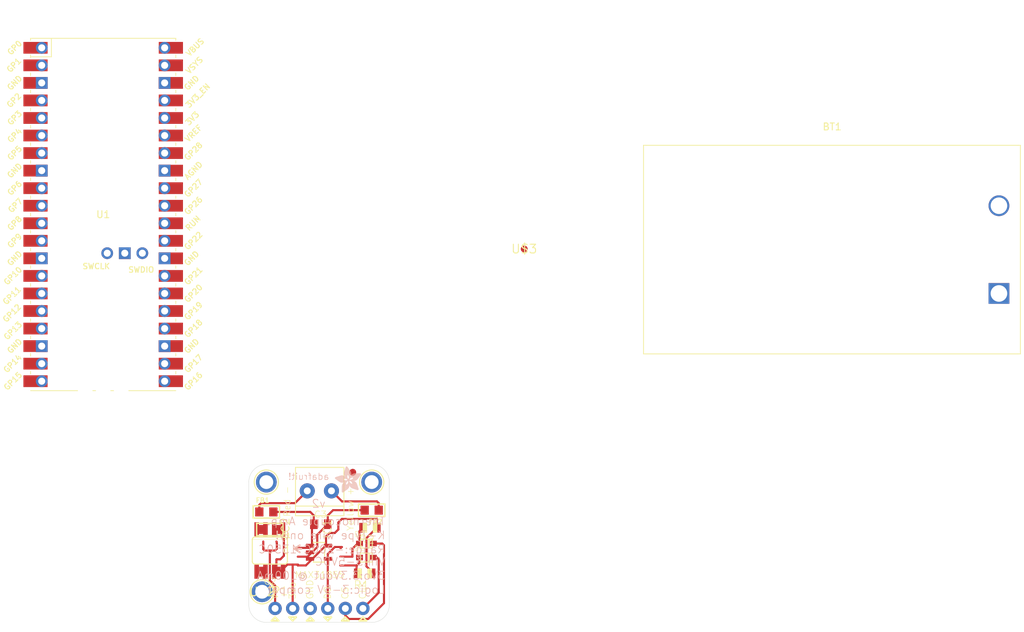
<source format=kicad_pcb>
(kicad_pcb (version 20221018) (generator pcbnew)
  (layers (0 "F.Cu" signal) (31 "B.Cu" signal) (34 "B.Paste" user) (35 "F.Paste" user) (36 "B.SilkS" user "B.Silkscreen") (37 "F.SilkS" user "F.Silkscreen") (38 "B.Mask" user) (39 "F.Mask" user) (44 "Edge.Cuts" user))
  (net 0 "")
  (net 3 "Net-(C1-P$1)")
  (net 4 "Net-(C1-P$2)")
  (net 5 "+3V3")
  (net 6 "GND")
  (net 7 "Net-(IC2-{slash}CS)")
  (net 8 "Net-(D1-PadC)")
  (net 9 "Net-(IC2-SCK)")
  (net 10 "Net-(D2-PadC)")
  (net 11 "Net-(FB1-P$1)")
  (net 12 "Net-(FB2-P$1)")
  (net 13 "+5V")
  (net 15 "Net-(IC2-DO)")
  (footprint "RPi_Pico:RPi_PicoW_SMD_TH" (layer "F.Cu") (at 93.98 57.15)
    (fp_text reference "U1" (at 0 0) (layer "F.SilkS"))
    (fp_text value "PicoW")
    (fp_text user "GP1" (at -12.9 -21.6 45) (layer "F.SilkS") (effects (font (size 0.8 0.8))))
    (fp_text user "GP10" (at -13.054 8.89 45) (layer "F.SilkS") (effects (font (size 0.8 0.8))))
    (fp_text user "GP7" (at -12.7 -1.3 45) (layer "F.SilkS") (effects (font (size 0.8 0.8))))
    (fp_text user "GP20" (at 13.054 11.43 45) (layer "F.SilkS") (effects (font (size 0.8 0.8))))
    (fp_text user "GND" (at 12.8 6.35 45) (layer "F.SilkS") (effects (font (size 0.8 0.8))))
    (fp_text user "3V3" (at 12.9 -13.9 45) (layer "F.SilkS") (effects (font (size 0.8 0.8))))
    (fp_text user "GND" (at -12.8 19.05 45) (layer "F.SilkS") (effects (font (size 0.8 0.8))))
    (fp_text user "GP17" (at 13.054 21.59 45) (layer "F.SilkS") (effects (font (size 0.8 0.8))))
    (fp_text user "GND" (at 12.8 19.05 45) (layer "F.SilkS") (effects (font (size 0.8 0.8))))
    (fp_text user "GP11" (at -13.2 11.7525 45) (layer "F.SilkS") (effects (font (size 0.8 0.8))))
    (fp_text user "GP4" (at -12.8 -11.43 45) (layer "F.SilkS") (effects (font (size 0.8 0.8))))
    (fp_text user "GP22" (at 13.054 3.81 45) (layer "F.SilkS") (effects (font (size 0.8 0.8))))
    (fp_text user "GND" (at -12.8 -6.35 45) (layer "F.SilkS") (effects (font (size 0.8 0.8))))
    (fp_text user "RUN" (at 13 1.27 45) (layer "F.SilkS") (effects (font (size 0.8 0.8))))
    (fp_text user "GND" (at 12.8 -19.05 45) (layer "F.SilkS") (effects (font (size 0.8 0.8))))
    (fp_text user "GP5" (at -12.8 -8.89 45) (layer "F.SilkS") (effects (font (size 0.8 0.8))))
    (fp_text user "GP0" (at -12.8 -24.13 45) (layer "F.SilkS") (effects (font (size 0.8 0.8))))
    (fp_text user "GP15" (at -13.054 24.13 45) (layer "F.SilkS") (effects (font (size 0.8 0.8))))
    (fp_text user "GP8" (at -12.8 1.27 45) (layer "F.SilkS") (effects (font (size 0.8 0.8))))
    (fp_text user "GP19" (at 13.054 13.97 45) (layer "F.SilkS") (effects (font (size 0.8 0.8))))
    (fp_text user "GP18" (at 13.054 16.51 45) (layer "F.SilkS") (effects (font (size 0.8 0.8))))
    (fp_text user "GP26" (at 13.054 -1.27 45) (layer "F.SilkS") (effects (font (size 0.8 0.8))))
    (fp_text user "GND" (at -12.8 -19.05 45) (layer "F.SilkS") (effects (font (size 0.8 0.8))))
    (fp_text user "VSYS" (at 13.2 -21.59 45) (layer "F.SilkS") (effects (font (size 0.8 0.8))))
    (fp_text user "GND" (at -12.8 6.35 45) (layer "F.SilkS") (effects (font (size 0.8 0.8))))
    (fp_text user "AGND" (at 13.054 -6.35 45) (layer "F.SilkS") (effects (font (size 0.8 0.8))))
    (fp_text user "GP9" (at -12.8 3.81 45) (layer "F.SilkS") (effects (font (size 0.8 0.8))))
    (fp_text user "GP27" (at 13.054 -3.8 45) (layer "F.SilkS") (effects (font (size 0.8 0.8))))
    (fp_text user "VBUS" (at 13.3 -24.2 45) (layer "F.SilkS") (effects (font (size 0.8 0.8))))
    (fp_text user "GP3" (at -12.8 -13.97 45) (layer "F.SilkS") (effects (font (size 0.8 0.8))))
    (fp_text user "SWCLK" (at -1 7.5) (layer "F.SilkS") (effects (font (size 0.8 0.8))))
    (fp_text user "GP28" (at 13.054 -9.144 45) (layer "F.SilkS") (effects (font (size 0.8 0.8))))
    (fp_text user "GP21" (at 13.054 8.9 45) (layer "F.SilkS") (effects (font (size 0.8 0.8))))
    (fp_text user "GP16" (at 13.054 24.13 45) (layer "F.SilkS") (effects (font (size 0.8 0.8))))
    (fp_text user "GP2" (at -12.9 -16.51 45) (layer "F.SilkS") (effects (font (size 0.8 0.8))))
    (fp_text user "3V3_EN" (at 13.7 -17.2 45) (layer "F.SilkS") (effects (font (size 0.8 0.8))))
    (fp_text user "VREF" (at 13.0675 -11.7425 45) (layer "F.SilkS") (effects (font (size 0.8 0.8))))
    (fp_text user "GP12" (at -13.2 14.2925 45) (layer "F.SilkS") (effects (font (size 0.8 0.8))))
    (fp_text user "GP14" (at -13.1 21.59 45) (layer "F.SilkS") (effects (font (size 0.8 0.8))))
    (fp_text user "SWDIO" (at 5.5 8) (layer "F.SilkS") (effects (font (size 0.8 0.8))))
    (fp_text user "GP13" (at -13.054 16.8325 45) (layer "F.SilkS") (effects (font (size 0.8 0.8))))
    (fp_text user "GP6" (at -12.8 -3.81 45) (layer "F.SilkS") (effects (font (size 0.8 0.8))))
    (pad "" np_thru_hole oval (at -2.725 -24) (size 1.8 1.8) (drill 1.8) (layers "*.Cu" "*.Mask"))
    (pad "" np_thru_hole oval (at -2.425 -20.97) (size 1.5 1.5) (drill 1.5) (layers "*.Cu" "*.Mask"))
    (pad "" np_thru_hole oval (at 2.425 -20.97) (size 1.5 1.5) (drill 1.5) (layers "*.Cu" "*.Mask"))
    (pad "" np_thru_hole oval (at 2.725 -24) (size 1.8 1.8) (drill 1.8) (layers "*.Cu" "*.Mask"))
    (pad "1" thru_hole oval (at -8.89 -24.13) (size 1.7 1.7) (drill 1.02) (layers "*.Cu" "*.Mask"))
    (pad "1" smd rect (at -8.89 -24.13) (size 3.5 1.7) (drill (offset -0.9 0)) (layers "F.Cu" "F.Mask"))
    (pad "2" thru_hole oval (at -8.89 -21.59) (size 1.7 1.7) (drill 1.02) (layers "*.Cu" "*.Mask"))
    (pad "2" smd rect (at -8.89 -21.59) (size 3.5 1.7) (drill (offset -0.9 0)) (layers "F.Cu" "F.Mask"))
    (pad "3" thru_hole rect (at -8.89 -19.05) (size 1.7 1.7) (drill 1.02) (layers "*.Cu" "*.Mask"))
    (pad "3" smd rect (at -8.89 -19.05) (size 3.5 1.7) (drill (offset -0.9 0)) (layers "F.Cu" "F.Mask"))
    (pad "4" thru_hole oval (at -8.89 -16.51) (size 1.7 1.7) (drill 1.02) (layers "*.Cu" "*.Mask"))
    (pad "4" smd rect (at -8.89 -16.51) (size 3.5 1.7) (drill (offset -0.9 0)) (layers "F.Cu" "F.Mask"))
    (pad "5" thru_hole oval (at -8.89 -13.97) (size 1.7 1.7) (drill 1.02) (layers "*.Cu" "*.Mask"))
    (pad "5" smd rect (at -8.89 -13.97) (size 3.5 1.7) (drill (offset -0.9 0)) (layers "F.Cu" "F.Mask"))
    (pad "6" thru_hole oval (at -8.89 -11.43) (size 1.7 1.7) (drill 1.02) (layers "*.Cu" "*.Mask"))
    (pad "6" smd rect (at -8.89 -11.43) (size 3.5 1.7) (drill (offset -0.9 0)) (layers "F.Cu" "F.Mask"))
    (pad "7" thru_hole oval (at -8.89 -8.89) (size 1.7 1.7) (drill 1.02) (layers "*.Cu" "*.Mask"))
    (pad "7" smd rect (at -8.89 -8.89) (size 3.5 1.7) (drill (offset -0.9 0)) (layers "F.Cu" "F.Mask"))
    (pad "8" thru_hole rect (at -8.89 -6.35) (size 1.7 1.7) (drill 1.02) (layers "*.Cu" "*.Mask"))
    (pad "8" smd rect (at -8.89 -6.35) (size 3.5 1.7) (drill (offset -0.9 0)) (layers "F.Cu" "F.Mask"))
    (pad "9" thru_hole oval (at -8.89 -3.81) (size 1.7 1.7) (drill 1.02) (layers "*.Cu" "*.Mask"))
    (pad "9" smd rect (at -8.89 -3.81) (size 3.5 1.7) (drill (offset -0.9 0)) (layers "F.Cu" "F.Mask"))
    (pad "10" thru_hole oval (at -8.89 -1.27) (size 1.7 1.7) (drill 1.02) (layers "*.Cu" "*.Mask"))
    (pad "10" smd rect (at -8.89 -1.27) (size 3.5 1.7) (drill (offset -0.9 0)) (layers "F.Cu" "F.Mask"))
    (pad "11" thru_hole oval (at -8.89 1.27) (size 1.7 1.7) (drill 1.02) (layers "*.Cu" "*.Mask"))
    (pad "11" smd rect (at -8.89 1.27) (size 3.5 1.7) (drill (offset -0.9 0)) (layers "F.Cu" "F.Mask"))
    (pad "12" thru_hole oval (at -8.89 3.81) (size 1.7 1.7) (drill 1.02) (layers "*.Cu" "*.Mask"))
    (pad "12" smd rect (at -8.89 3.81) (size 3.5 1.7) (drill (offset -0.9 0)) (layers "F.Cu" "F.Mask"))
    (pad "13" thru_hole rect (at -8.89 6.35) (size 1.7 1.7) (drill 1.02) (layers "*.Cu" "*.Mask"))
    (pad "13" smd rect (at -8.89 6.35) (size 3.5 1.7) (drill (offset -0.9 0)) (layers "F.Cu" "F.Mask"))
    (pad "14" thru_hole oval (at -8.89 8.89) (size 1.7 1.7) (drill 1.02) (layers "*.Cu" "*.Mask"))
    (pad "14" smd rect (at -8.89 8.89) (size 3.5 1.7) (drill (offset -0.9 0)) (layers "F.Cu" "F.Mask"))
    (pad "15" thru_hole oval (at -8.89 11.43) (size 1.7 1.7) (drill 1.02) (layers "*.Cu" "*.Mask"))
    (pad "15" smd rect (at -8.89 11.43) (size 3.5 1.7) (drill (offset -0.9 0)) (layers "F.Cu" "F.Mask"))
    (pad "16" thru_hole oval (at -8.89 13.97) (size 1.7 1.7) (drill 1.02) (layers "*.Cu" "*.Mask"))
    (pad "16" smd rect (at -8.89 13.97) (size 3.5 1.7) (drill (offset -0.9 0)) (layers "F.Cu" "F.Mask"))
    (pad "17" thru_hole oval (at -8.89 16.51) (size 1.7 1.7) (drill 1.02) (layers "*.Cu" "*.Mask"))
    (pad "17" smd rect (at -8.89 16.51) (size 3.5 1.7) (drill (offset -0.9 0)) (layers "F.Cu" "F.Mask"))
    (pad "18" thru_hole rect (at -8.89 19.05) (size 1.7 1.7) (drill 1.02) (layers "*.Cu" "*.Mask"))
    (pad "18" smd rect (at -8.89 19.05) (size 3.5 1.7) (drill (offset -0.9 0)) (layers "F.Cu" "F.Mask"))
    (pad "19" thru_hole oval (at -8.89 21.59) (size 1.7 1.7) (drill 1.02) (layers "*.Cu" "*.Mask"))
    (pad "19" smd rect (at -8.89 21.59) (size 3.5 1.7) (drill (offset -0.9 0)) (layers "F.Cu" "F.Mask"))
    (pad "20" thru_hole oval (at -8.89 24.13) (size 1.7 1.7) (drill 1.02) (layers "*.Cu" "*.Mask"))
    (pad "20" smd rect (at -8.89 24.13) (size 3.5 1.7) (drill (offset -0.9 0)) (layers "F.Cu" "F.Mask"))
    (pad "21" thru_hole oval (at 8.89 24.13) (size 1.7 1.7) (drill 1.02) (layers "*.Cu" "*.Mask"))
    (pad "21" smd rect (at 8.89 24.13) (size 3.5 1.7) (drill (offset 0.9 0)) (layers "F.Cu" "F.Mask"))
    (pad "22" thru_hole oval (at 8.89 21.59) (size 1.7 1.7) (drill 1.02) (layers "*.Cu" "*.Mask"))
    (pad "22" smd rect (at 8.89 21.59) (size 3.5 1.7) (drill (offset 0.9 0)) (layers "F.Cu" "F.Mask"))
    (pad "23" thru_hole rect (at 8.89 19.05) (size 1.7 1.7) (drill 1.02) (layers "*.Cu" "*.Mask"))
    (pad "23" smd rect (at 8.89 19.05) (size 3.5 1.7) (drill (offset 0.9 0)) (layers "F.Cu" "F.Mask"))
    (pad "24" thru_hole oval (at 8.89 16.51) (size 1.7 1.7) (drill 1.02) (layers "*.Cu" "*.Mask"))
    (pad "24" smd rect (at 8.89 16.51) (size 3.5 1.7) (drill (offset 0.9 0)) (layers "F.Cu" "F.Mask"))
    (pad "25" thru_hole oval (at 8.89 13.97) (size 1.7 1.7) (drill 1.02) (layers "*.Cu" "*.Mask"))
    (pad "25" smd rect (at 8.89 13.97) (size 3.5 1.7) (drill (offset 0.9 0)) (layers "F.Cu" "F.Mask"))
    (pad "26" thru_hole oval (at 8.89 11.43) (size 1.7 1.7) (drill 1.02) (layers "*.Cu" "*.Mask"))
    (pad "26" smd rect (at 8.89 11.43) (size 3.5 1.7) (drill (offset 0.9 0)) (layers "F.Cu" "F.Mask"))
    (pad "27" thru_hole oval (at 8.89 8.89) (size 1.7 1.7) (drill 1.02) (layers "*.Cu" "*.Mask"))
    (pad "27" smd rect (at 8.89 8.89) (size 3.5 1.7) (drill (offset 0.9 0)) (layers "F.Cu" "F.Mask"))
    (pad "28" thru_hole rect (at 8.89 6.35) (size 1.7 1.7) (drill 1.02) (layers "*.Cu" "*.Mask"))
    (pad "28" smd rect (at 8.89 6.35) (size 3.5 1.7) (drill (offset 0.9 0)) (layers "F.Cu" "F.Mask"))
    (pad "29" thru_hole oval (at 8.89 3.81) (size 1.7 1.7) (drill 1.02) (layers "*.Cu" "*.Mask"))
    (pad "29" smd rect (at 8.89 3.81) (size 3.5 1.7) (drill (offset 0.9 0)) (layers "F.Cu" "F.Mask"))
    (pad "30" thru_hole oval (at 8.89 1.27) (size 1.7 1.7) (drill 1.02) (layers "*.Cu" "*.Mask"))
    (pad "30" smd rect (at 8.89 1.27) (size 3.5 1.7) (drill (offset 0.9 0)) (layers "F.Cu" "F.Mask"))
    (pad "31" thru_hole oval (at 8.89 -1.27) (size 1.7 1.7) (drill 1.02) (layers "*.Cu" "*.Mask"))
    (pad "31" smd rect (at 8.89 -1.27) (size 3.5 1.7) (drill (offset 0.9 0)) (layers "F.Cu" "F.Mask"))
    (pad "32" thru_hole oval (at 8.89 -3.81) (size 1.7 1.7) (drill 1.02) (layers "*.Cu" "*.Mask"))
    (pad "32" smd rect (at 8.89 -3.81) (size 3.5 1.7) (drill (offset 0.9 0)) (layers "F.Cu" "F.Mask"))
    (pad "33" thru_hole rect (at 8.89 -6.35) (size 1.7 1.7) (drill 1.02) (layers "*.Cu" "*.Mask"))
    (pad "33" smd rect (at 8.89 -6.35) (size 3.5 1.7) (drill (offset 0.9 0)) (layers "F.Cu" "F.Mask"))
    (pad "34" thru_hole oval (at 8.89 -8.89) (size 1.7 1.7) (drill 1.02) (layers "*.Cu" "*.Mask"))
    (pad "34" smd rect (at 8.89 -8.89) (size 3.5 1.7) (drill (offset 0.9 0)) (layers "F.Cu" "F.Mask"))
    (pad "35" thru_hole oval (at 8.89 -11.43) (size 1.7 1.7) (drill 1.02) (layers "*.Cu" "*.Mask"))
    (pad "35" smd rect (at 8.89 -11.43) (size 3.5 1.7) (drill (offset 0.9 0)) (layers "F.Cu" "F.Mask"))
    (pad "36" thru_hole oval (at 8.89 -13.97) (size 1.7 1.7) (drill 1.02) (layers "*.Cu" "*.Mask"))
    (pad "36" smd rect (at 8.89 -13.97) (size 3.5 1.7) (drill (offset 0.9 0)) (layers "F.Cu" "F.Mask"))
    (pad "37" thru_hole oval (at 8.89 -16.51) (size 1.7 1.7) (drill 1.02) (layers "*.Cu" "*.Mask"))
    (pad "37" smd rect (at 8.89 -16.51) (size 3.5 1.7) (drill (offset 0.9 0)) (layers "F.Cu" "F.Mask"))
    (pad "38" thru_hole rect (at 8.89 -19.05) (size 1.7 1.7) (drill 1.02) (layers "*.Cu" "*.Mask"))
    (pad "38" smd rect (at 8.89 -19.05) (size 3.5 1.7) (drill (offset 0.9 0)) (layers "F.Cu" "F.Mask"))
    (pad "39" thru_hole oval (at 8.89 -21.59) (size 1.7 1.7) (drill 1.02) (layers "*.Cu" "*.Mask"))
    (pad "39" smd rect (at 8.89 -21.59) (size 3.5 1.7) (drill (offset 0.9 0)) (layers "F.Cu" "F.Mask"))
    (pad "40" thru_hole oval (at 8.89 -24.13) (size 1.7 1.7) (drill 1.02) (layers "*.Cu" "*.Mask"))
    (pad "40" smd rect (at 8.89 -24.13) (size 3.5 1.7) (drill (offset 0.9 0)) (layers "F.Cu" "F.Mask"))
    (pad "41" thru_hole oval (at 0.5841 5.6) (size 1.7 1.7) (drill 1.02) (layers "*.Cu" "*.Mask"))
    (pad "42" thru_hole rect (at 3.1241 5.6) (size 1.7 1.7) (drill 1.02) (layers "*.Cu" "*.Mask"))
    (pad "43" thru_hole oval (at 5.6641 5.6) (size 1.7 1.7) (drill 1.02) (layers "*.Cu" "*.Mask"))
  )
  (footprint "Adafruit_MAX31855 v2:_0805" (layer "F.Cu") (at 118.0846 102.743 180)
    (fp_text reference "C1" (at -1.5875 -1.27 180) (layer "F.SilkS") (effects (font (size 0.666496 0.666496) (thickness 0.146304)) (justify left bottom)))
    (fp_text value "0.01µF")
    (pad "1" smd rect (at -1.016 0 180) (size 1.2 1.3) (layers "F.Cu" "F.Paste" "F.Mask") (net 3 "Net-(C1-P$1)"))
    (pad "2" smd rect (at 1.016 0 180) (size 1.2 1.3) (layers "F.Cu" "F.Paste" "F.Mask") (net 4 "Net-(C1-P$2)"))
  )
  (footprint "Adafruit_MAX31855 v2:FIDUCIAL_1MM" (layer "F.Cu") (at 154.879117 62.139117)
    (fp_text reference "U$3" (at 0 0) (layer "F.SilkS") (effects (font (size 1.27 1.27))))
    (fp_text value "FIDUCIAL")
    (pad "1" smd roundrect (at 0 0) (size 1 1) (layers "F.Cu") (roundrect_rratio 0.5))
  )
  (footprint "Adafruit_MAX31855 v2:C0805K" (layer "F.Cu") (at 118.0846 108.839 180)
    (fp_text reference "C2" (at -1 -0.875) (layer "F.SilkS") (effects (font (size 0.941222 0.941222) (thickness 0.074778)) (justify right top)))
    (fp_text value "10uF")
    (pad "1" smd rect (at -1 0 180) (size 1.1 1.4) (layers "F.Cu" "F.Paste" "F.Mask") (net 5 "+3V3"))
    (pad "2" smd rect (at 1 0 180) (size 1.1 1.4) (layers "F.Cu" "F.Paste" "F.Mask") (net 6 "GND"))
  )
  (footprint "Adafruit_MAX31855 v2:MOUNTINGHOLE_2.0_PLATED" (layer "F.Cu") (at 116.967 111.76)
    (fp_text reference "U$2" (at 0 0) (layer "F.SilkS") (effects (font (size 1.27 1.27))))
    (fp_text value "MOUNTINGHOLE2.0")
    (pad "P$1" thru_hole circle (at 0 0) (size 3 3) (drill 2) (layers "*.Cu" "*.Mask"))
  )
  (footprint "Battery:BatteryHolder_Eagle_12BH611-GR" (layer "F.Cu") (at 223.54 68.58)
    (fp_text reference "BT1" (at -24.13 -24.13) (layer "F.SilkS"))
    (fp_text value "Battery")
    (pad "" np_thru_hole circle (at -38.9 -17.45) (size 2.6 2.6) (drill 2.6) (layers "*.Cu" "*.Mask"))
    (pad "" np_thru_hole circle (at -24.15 4.75) (size 2.6 2.6) (drill 2.6) (layers "*.Cu" "*.Mask"))
    (pad "" np_thru_hole circle (at -10.9 -17.45) (size 2.6 2.6) (drill 2.6) (layers "*.Cu" "*.Mask"))
    (pad "1" thru_hole rect (at 0 0) (size 3 3) (drill 2.4) (layers "*.Cu" "*.Mask"))
    (pad "2" thru_hole circle (at 0 -12.7) (size 3 3) (drill 2.4) (layers "*.Cu" "*.Mask"))
  )
  (footprint "Adafruit_MAX31855 v2:1X06_ROUND_76" (layer "F.Cu") (at 125.1966 114.173)
    (fp_text reference "JP1" (at -7.6962 -1.8288) (layer "F.SilkS") (effects (font (size 1.1557 1.1557) (thickness 0.1143)) (justify left bottom)))
    (fp_text value "Breakout")
    (pad "1" thru_hole circle (at -6.35 0 90) (size 1.9304 1.9304) (drill 1) (layers "*.Cu" "*.Mask") (net 13 "+5V"))
    (pad "2" thru_hole circle (at -3.81 0 90) (size 1.9304 1.9304) (drill 1) (layers "*.Cu" "*.Mask") (net 5 "+3V3"))
    (pad "3" thru_hole circle (at -1.27 0 90) (size 1.9304 1.9304) (drill 1) (layers "*.Cu" "*.Mask") (net 6 "GND"))
    (pad "4" thru_hole circle (at 1.27 0 90) (size 1.9304 1.9304) (drill 1) (layers "*.Cu" "*.Mask") (net 15 "Net-(IC2-DO)"))
    (pad "5" thru_hole circle (at 3.81 0 90) (size 1.9304 1.9304) (drill 1) (layers "*.Cu" "*.Mask") (net 8 "Net-(D1-PadC)"))
    (pad "6" thru_hole circle (at 6.35 0 90) (size 1.9304 1.9304) (drill 1) (layers "*.Cu" "*.Mask") (net 10 "Net-(D2-PadC)"))
  )
  (footprint "Adafruit_MAX31855 v2:SOT23-5L" (layer "F.Cu") (at 125.1966 106.045 -90)
    (fp_text reference "IC1" (at -1.905 -1.905 -90) (layer "F.SilkS") (effects (font (size 1.1684 1.1684) (thickness 0.1016)) (justify left bottom)))
    (fp_text value "LP298XS")
    (pad "1" smd rect (at -0.95 1.3 270) (size 0.55 1.2) (layers "F.Cu" "F.Paste" "F.Mask") (net 13 "+5V"))
    (pad "2" smd rect (at 0 1.3 270) (size 0.55 1.2) (layers "F.Cu" "F.Paste" "F.Mask") (net 6 "GND"))
    (pad "3" smd rect (at 0.95 1.3 270) (size 0.55 1.2) (layers "F.Cu" "F.Paste" "F.Mask") (net 13 "+5V"))
    (pad "4" smd rect (at 0.95 -1.3 270) (size 0.55 1.2) (layers "F.Cu" "F.Paste" "F.Mask"))
    (pad "5" smd rect (at -0.95 -1.3 270) (size 0.55 1.2) (layers "F.Cu" "F.Paste" "F.Mask") (net 5 "+3V3"))
  )
  (footprint "Adafruit_MAX31855 v2:_0805" (layer "F.Cu") (at 117.5766 100.203)
    (fp_text reference "FB1" (at -1.5875 -1.27) (layer "F.SilkS") (effects (font (size 0.692831 0.692831) (thickness 0.119969)) (justify left bottom)))
    (fp_text value "Ferrite")
    (pad "1" smd rect (at -1.016 0) (size 1.2 1.3) (layers "F.Cu" "F.Paste" "F.Mask") (net 11 "Net-(FB1-P$1)"))
    (pad "2" smd rect (at 1.016 0) (size 1.2 1.3) (layers "F.Cu" "F.Paste" "F.Mask") (net 3 "Net-(C1-P$1)"))
  )
  (footprint "Adafruit_MAX31855 v2:FIDUCIAL_1MM" (layer "F.Cu") (at 130.0734 94.4626)
    (fp_text reference "U$1" hide)
    (fp_text value "FIDUCIAL" hide)
    (pad "1" smd roundrect (at 0 0) (size 1 1) (layers "F.Cu") (roundrect_rratio 0.5))
  )
  (footprint "Adafruit_MAX31855 v2:SOD-323F" (layer "F.Cu") (at 132.0546 104.775)
    (fp_text reference "D2" (at -1.8 -0.9) (layer "F.SilkS") (effects (font (size 0.752978 0.752978) (thickness 0.059822)) (justify left bottom)))
    (fp_text value "1n4148")
    (pad "A" smd rect (at -1 0) (size 1 0.8) (layers "F.Cu" "F.Paste" "F.Mask") (net 9 "Net-(IC2-SCK)"))
    (pad "C" smd rect (at 1 0) (size 1 0.8) (layers "F.Cu" "F.Paste" "F.Mask") (net 10 "Net-(D2-PadC)"))
  )
  (footprint "Adafruit_MAX31855 v2:MOUNTINGHOLE_2.0_PLATED" (layer "F.Cu") (at 117.5766 95.885)
    (fp_text reference "U$5" hide)
    (fp_text value "MOUNTINGHOLE2.0" hide)
    (pad "P$1" thru_hole circle (at 0 0) (size 3 3) (drill 2) (layers "*.Cu" "*.Mask"))
  )
  (footprint "Adafruit_MAX31855 v2:R0805" (layer "F.Cu") (at 131.8006 109.093 180)
    (fp_text reference "R1" (at -0.762 -1.016) (layer "F.SilkS") (effects (font (size 1.176528 1.176528) (thickness 0.093472)) (justify right top)))
    (fp_text value "10K")
    (pad "1" smd rect (at -1 0 180) (size 1.1 1.4) (layers "F.Cu" "F.Paste" "F.Mask") (net 5 "+3V3"))
    (pad "2" smd rect (at 1 0 180) (size 1.1 1.4) (layers "F.Cu" "F.Paste" "F.Mask") (net 7 "Net-(IC2-{slash}CS)"))
  )
  (footprint "Adafruit_MAX31855 v2:C0805K" (layer "F.Cu") (at 125.4506 101.981)
    (fp_text reference "C3" (at -1 -0.875) (layer "F.SilkS") (effects (font (size 0.93472 0.93472) (thickness 0.08128)) (justify left bottom)))
    (fp_text value "10uF")
    (pad "1" smd rect (at -1 0) (size 1.1 1.4) (layers "F.Cu" "F.Paste" "F.Mask") (net 5 "+3V3"))
    (pad "2" smd rect (at 1 0) (size 1.1 1.4) (layers "F.Cu" "F.Paste" "F.Mask") (net 6 "GND"))
  )
  (footprint "Adafruit_MAX31855 v2:SO08" (layer "F.Cu") (at 118.0846 105.791 180)
    (fp_text reference "IC2" (at -2.921 1.905 270) (layer "F.SilkS") (effects (font (size 1.143 1.143) (thickness 0.127)) (justify left bottom)))
    (fp_text value "MAX6675")
    (pad "1" smd rect (at -1.905 3.0734 180) (size 0.6604 2.032) (layers "F.Cu" "F.Paste" "F.Mask") (net 6 "GND"))
    (pad "2" smd rect (at -0.635 3.0734 180) (size 0.6604 2.032) (layers "F.Cu" "F.Paste" "F.Mask") (net 3 "Net-(C1-P$1)"))
    (pad "3" smd rect (at 0.635 3.0734 180) (size 0.6604 2.032) (layers "F.Cu" "F.Paste" "F.Mask") (net 4 "Net-(C1-P$2)"))
    (pad "4" smd rect (at 1.905 3.0734 180) (size 0.6604 2.032) (layers "F.Cu" "F.Paste" "F.Mask") (net 5 "+3V3"))
    (pad "5" smd rect (at 1.905 -3.0734 180) (size 0.6604 2.032) (layers "F.Cu" "F.Paste" "F.Mask") (net 9 "Net-(IC2-SCK)"))
    (pad "6" smd rect (at 0.635 -3.0734 180) (size 0.6604 2.032) (layers "F.Cu" "F.Paste" "F.Mask") (net 7 "Net-(IC2-{slash}CS)"))
    (pad "7" smd rect (at -0.635 -3.0734 180) (size 0.6604 2.032) (layers "F.Cu" "F.Paste" "F.Mask") (net 15 "Net-(IC2-DO)"))
    (pad "8" smd rect (at -1.905 -3.0734 180) (size 0.6604 2.032) (layers "F.Cu" "F.Paste" "F.Mask"))
  )
  (footprint "Adafruit_MAX31855 v2:_0805" (layer "F.Cu") (at 132.8166 99.949 180)
    (fp_text reference "FB2" (at -1.5875 -1.27) (layer "F.SilkS") (effects (font (size 0.692831 0.692831) (thickness 0.119969)) (justify right top)))
    (fp_text value "Ferrite")
    (pad "1" smd rect (at -1.016 0 180) (size 1.2 1.3) (layers "F.Cu" "F.Paste" "F.Mask") (net 12 "Net-(FB2-P$1)"))
    (pad "2" smd rect (at 1.016 0 180) (size 1.2 1.3) (layers "F.Cu" "F.Paste" "F.Mask") (net 4 "Net-(C1-P$2)"))
  )
  (footprint "Adafruit_MAX31855 v2:MOUNTINGHOLE_2.0_PLATED" (layer "F.Cu") (at 132.8166 95.885)
    (fp_text reference "U$4" hide)
    (fp_text value "MOUNTINGHOLE2.0" hide)
    (pad "P$1" thru_hole circle (at 0 0) (size 3 3) (drill 2) (layers "*.Cu" "*.Mask"))
  )
  (footprint "Adafruit_MAX31855 v2:R0805" (layer "F.Cu") (at 132.5626 102.489 180)
    (fp_text reference "R2" (at -0.762 -1.016) (layer "F.SilkS") (effects (font (size 1.176528 1.176528) (thickness 0.093472)) (justify right top)))
    (fp_text value "10K")
    (pad "1" smd rect (at -1 0 180) (size 1.1 1.4) (layers "F.Cu" "F.Paste" "F.Mask") (net 5 "+3V3"))
    (pad "2" smd rect (at 1 0 180) (size 1.1 1.4) (layers "F.Cu" "F.Paste" "F.Mask") (net 9 "Net-(IC2-SCK)"))
  )
  (footprint "Adafruit_MAX31855 v2:SOD-323F" (layer "F.Cu") (at 132.0546 106.807)
    (fp_text reference "D1" (at -1.8 -0.9) (layer "F.SilkS") (effects (font (size 0.752978 0.752978) (thickness 0.059822)) (justify left bottom)))
    (fp_text value "1N4148")
    (pad "A" smd rect (at -1 0) (size 1 0.8) (layers "F.Cu" "F.Paste" "F.Mask") (net 7 "Net-(IC2-{slash}CS)"))
    (pad "C" smd rect (at 1 0) (size 1 0.8) (layers "F.Cu" "F.Paste" "F.Mask") (net 8 "Net-(D1-PadC)"))
  )
  (footprint "Adafruit_MAX31855 v2:1X2-3.5MM" (layer "F.Cu") (at 125.1966 97.155)
    (fp_text reference "J1" hide)
    (fp_text value "1X2-3.5MM" hide)
    (pad "1" thru_hole circle (at 1.8 0) (size 2.1844 2.1844) (drill 1) (layers "*.Cu" "*.Mask") (net 12 "Net-(FB2-P$1)"))
    (pad "2" thru_hole circle (at -1.7 0) (size 2.1844 2.1844) (drill 1) (layers "*.Cu" "*.Mask") (net 11 "Net-(FB1-P$1)"))
  )
  (footprint "Adafruit_MAX31855 v2:ADAFRUIT_3.5MM" (layer "B.Cu") (at 131.2926 97.409 180)
    (fp_text reference "U$6" hide)
    (fp_text value "" hide)
  )
  (gr_line (start 122.6566 105.537) (end 121.6406 105.537) (stroke (width 0.254)) (layer "B.SilkS"))
  (gr_line (start 121.6406 105.537) (end 122.4026 106.045) (stroke (width 0.254)) (layer "B.SilkS"))
  (gr_line (start 121.6406 105.537) (end 122.4026 105.029) (stroke (width 0.254)) (layer "B.SilkS"))
  (gr_line (start 128.4986 115.951) (end 129.5146 115.951) (stroke (width 0.254)) (layer "F.SilkS"))
  (gr_line (start 131.0386 115.951) (end 132.0546 115.951) (stroke (width 0.254)) (layer "F.SilkS"))
  (gr_line (start 132.0546 115.951) (end 131.5466 115.443) (stroke (width 0.254)) (layer "F.SilkS"))
  (gr_line (start 119.3546 115.951) (end 118.8466 115.443) (stroke (width 0.254)) (layer "F.SilkS"))
  (gr_line (start 118.3386 115.951) (end 119.3546 115.951) (stroke (width 0.254)) (layer "F.SilkS"))
  (gr_line (start 131.5466 115.443) (end 131.0386 115.951) (stroke (width 0.254)) (layer "F.SilkS"))
  (gr_line (start 118.8466 115.443) (end 118.3386 115.951) (stroke (width 0.254)) (layer "F.SilkS"))
  (gr_line (start 126.9746 115.443) (end 125.9586 115.443) (stroke (width 0.254)) (layer "F.SilkS"))
  (gr_line (start 123.9266 115.443) (end 123.4186 115.951) (stroke (width 0.254)) (layer "F.SilkS"))
  (gr_line (start 124.4346 115.951) (end 123.9266 115.443) (stroke (width 0.254)) (layer "F.SilkS"))
  (gr_line (start 121.8946 115.443) (end 120.8786 115.443) (stroke (width 0.254)) (layer "F.SilkS"))
  (gr_line (start 125.9586 115.443) (end 126.4666 115.951) (stroke (width 0.254)) (layer "F.SilkS"))
  (gr_line (start 129.0066 115.443) (end 128.4986 115.951) (stroke (width 0.254)) (layer "F.SilkS"))
  (gr_line (start 129.5146 115.951) (end 129.0066 115.443) (stroke (width 0.254)) (layer "F.SilkS"))
  (gr_line (start 120.8786 115.443) (end 121.3866 115.951) (stroke (width 0.254)) (layer "F.SilkS"))
  (gr_line (start 121.3866 115.951) (end 121.8946 115.443) (stroke (width 0.254)) (layer "F.SilkS"))
  (gr_line (start 126.4666 115.951) (end 126.9746 115.443) (stroke (width 0.254)) (layer "F.SilkS"))
  (gr_line (start 123.4186 115.951) (end 124.4346 115.951) (stroke (width 0.254)) (layer "F.SilkS"))
  (gr_arc (start 135.367 113.6524) (mid 134.623051 115.448451) (end 132.827 116.1924) (stroke (width 0.05)) (layer "Edge.Cuts"))
  (gr_line (start 115.0416 95.8722) (end 115.0416 113.6524) (stroke (width 0.05)) (layer "Edge.Cuts"))
  (gr_arc (start 115.0416 95.8722) (mid 115.785549 94.076149) (end 117.5816 93.3322) (stroke (width 0.05)) (layer "Edge.Cuts"))
  (gr_line (start 117.5816 116.1924) (end 132.827 116.1924) (stroke (width 0.05)) (layer "Edge.Cuts"))
  (gr_line (start 135.367 113.6524) (end 135.367 95.8722) (stroke (width 0.05)) (layer "Edge.Cuts"))
  (gr_line (start 132.827 93.3322) (end 117.5816 93.3322) (stroke (width 0.05)) (layer "Edge.Cuts"))
  (gr_arc (start 117.5816 116.1924) (mid 115.785549 115.448451) (end 115.0416 113.6524) (stroke (width 0.05)) (layer "Edge.Cuts"))
  (gr_arc (start 132.827 93.3322) (mid 134.623051 94.076149) (end 135.367 95.8722) (stroke (width 0.05)) (layer "Edge.Cuts"))
  (gr_text "Logic:3-5V compat." (at 134.8486 112.141) (layer "B.SilkS") (effects (font (size 1.1684 1.1684) (thickness 0.1016)) (justify left bottom mirror)))
  (gr_text "Range:-200C 1350C" (at 134.8486 106.299) (layer "B.SilkS") (effects (font (size 1.1684 1.1684) (thickness 0.1016)) (justify left bottom mirror)))
  (gr_text "K-Type wire only!" (at 134.8486 104.267) (layer "B.SilkS") (effects (font (size 1.1684 1.1684) (thickness 0.1016)) (justify left bottom mirror)))
  (gr_text "adafruit!" (at 126.7206 95.631) (layer "B.SilkS") (effects (font (size 0.93472 0.93472) (thickness 0.08128)) (justify left bottom mirror)))
  (gr_text "Vin:3-5VDC" (at 134.8486 108.077) (layer "B.SilkS") (effects (font (size 1.1684 1.1684) (thickness 0.1016)) (justify left bottom mirror)))
  (gr_text "Thermocouple Amp." (at 134.8486 102.235) (layer "B.SilkS") (effects (font (size 1.1684 1.1684) (thickness 0.1016)) (justify left bottom mirror)))
  (gr_text "3Vo:3.3Vout @100mA" (at 134.8486 110.109) (layer "B.SilkS") (effects (font (size 1.1684 1.1684) (thickness 0.1016)) (justify left bottom mirror)))
  (gr_text "v2" (at 126.2126 99.695) (layer "B.SilkS") (effects (font (size 1.1684 1.1684) (thickness 0.1016)) (justify left bottom mirror)))
  (gr_text "GND" (at 124.4346 112.903 90) (layer "F.SilkS") (effects (font (size 0.93472 0.93472) (thickness 0.08128)) (justify left bottom)))
  (gr_text "CLK" (at 132.0546 112.903 90) (layer "F.SilkS") (effects (font (size 0.93472 0.93472) (thickness 0.08128)) (justify left bottom)))
  (gr_text "Vin" (at 119.3546 112.903 90) (layer "F.SilkS") (effects (font (size 0.93472 0.93472) (thickness 0.08128)) (justify left bottom)))
  (gr_text "Red -" (at 121.1326 100.965 90) (layer "F.SilkS") (effects (font (size 0.93472 0.93472) (thickness 0.08128)) (justify left bottom)))
  (gr_text "Yellow +" (at 130.2766 102.997 90) (layer "F.SilkS") (effects (font (size 0.93472 0.93472) (thickness 0.08128)) (justify left bottom)))
  (gr_text "DO" (at 126.9746 112.903 90) (layer "F.SilkS") (effects (font (size 0.93472 0.93472) (thickness 0.08128)) (justify left bottom)))
  (gr_text "3Vo" (at 121.8946 112.903 90) (layer "F.SilkS") (effects (font (size 0.93472 0.93472) (thickness 0.08128)) (justify left bottom)))
  (gr_text "CS" (at 129.5146 112.903 90) (layer "F.SilkS") (effects (font (size 0.93472 0.93472) (thickness 0.08128)) (justify left bottom)))
  (gr_text "MAX31855" (at 121.6406 109.855) (layer "F.SilkS") (effects (font (size 0.93472 0.93472) (thickness 0.08128)) (justify left bottom)))
  (segment (start 129.0066 114.173) (end 129.0066 115.189) (width 0.3048) (layer "F.Cu") (net 0))
  (segment (start 128.4986 105.283) (end 128.3716 105.41) (width 0.3048) (layer "F.Cu") (net 0))
  (segment (start 132.0546 103.997) (end 132.0546 108.077) (width 0.3048) (layer "F.Cu") (net 0))
  (segment (start 122.1232 107.823) (end 122.1232 107.95) (width 0.3048) (layer "F.Cu") (net 0))
  (segment (start 119.6086 108.839) (end 119.0846 108.839) (width 0.3048) (layer "F.Cu") (net 0))
  (segment (start 132.0546 108.077) (end 132.8166 108.839) (width 0.3048) (layer "F.Cu") (net 0))
  (segment (start 119.0646 107.061) (end 119.6086 107.061) (width 0.3048) (layer "F.Cu") (net 0))
  (segment (start 120.6246 107.823) (end 119.6086 108.839) (width 0.3048) (layer "F.Cu") (net 0))
  (segment (start 122.1232 105.41) (end 123.7996 105.41) (width 0.3048) (layer "F.Cu") (net 0))
  (segment (start 119.0846 108.839) (end 119.0846 108.601) (width 0.3048) (layer "F.Cu") (net 0))
  (segment (start 121.3866 107.823) (end 120.6246 107.823) (width 0.3048) (layer "F.Cu") (net 0))
  (segment (start 121.3866 107.823) (end 122.1232 107.823) (width 0.3048) (layer "F.Cu") (net 0))
  (segment (start 134.5946 113.411) (end 134.5946 105.029) (width 0.3048) (layer "F.Cu") (net 0))
  (segment (start 118.5926 100.203) (end 123.9266 100.203) (width 0.3048) (layer "F.Cu") (net 0))
  (segment (start 126.4666 114.173) (end 126.4666 106.299) (width 0.3048) (layer "F.Cu") (net 0))
  (segment (start 124.9426 103.505) (end 126.4666 101.981) (width 0.3048) (layer "F.Cu") (net 0))
  (segment (start 126.4666 106.299) (end 127.4826 105.283) (width 0.3048) (layer "F.Cu") (net 0))
  (segment (start 119.0846 108.839) (end 118.8466 108.839) (width 0.3048) (layer "F.Cu") (net 0))
  (segment (start 119.0346 107.091) (end 119.0646 107.061) (width 0.3048) (layer "F.Cu") (net 0))
  (segment (start 132.8166 108.839) (end 132.8006 109.093) (width 0.3048) (layer "F.Cu") (net 0))
  (segment (start 131.5466 114.173) (end 133.8326 111.887) (width 0.3048) (layer "F.Cu") (net 0))
  (segment (start 124.9426 105.283) (end 124.9426 103.505) (width 0.3048) (layer "F.Cu") (net 0))
  (segment (start 126.2126 103.759) (end 126.7206 103.251) (width 0.3048) (layer "F.Cu") (net 0))
  (segment (start 121.3866 114.173) (end 121.3866 107.823) (width 0.3048) (layer "F.Cu") (net 0))
  (segment (start 123.9266 100.203) (end 124.4346 100.711) (width 0.3048) (layer "F.Cu") (net 0))
  (segment (start 129.0066 115.189) (end 129.5146 115.697) (width 0.3048) (layer "F.Cu") (net 0))
  (segment (start 133.5786 101.219) (end 133.5786 102.473) (width 0.3048) (layer "F.Cu") (net 0))
  (segment (start 124.4346 100.711) (end 124.4346 101.981) (width 0.3048) (layer "F.Cu") (net 0))
  (segment (start 133.5786 102.473) (end 133.5626 102.489) (width 0.3048) (layer "F.Cu") (net 0))
  (segment (start 123.5456 106.68) (end 124.9426 105.283) (width 0.3048) (layer "F.Cu") (net 0))
  (segment (start 122.1232 106.68) (end 123.5456 106.68) (width 0.3048) (layer "F.Cu") (net 0))
  (segment (start 120.1166 103.775) (end 119.0846 102.743) (width 0.3048) (layer "F.Cu") (net 0))
  (segment (start 133.8326 107.061) (end 133.5786 106.807) (width 0.3048) (layer "F.Cu") (net 0))
  (segment (start 127.4826 103.251) (end 127.9906 102.743) (width 0.3048) (layer "F.Cu") (net 0))
  (segment (start 134.3406 104.775) (end 133.0546 104.775) (width 0.3048) (layer "F.Cu") (net 0))
  (segment (start 132.3086 115.697) (end 134.5946 113.411) (width 0.3048) (layer "F.Cu") (net 0))
  (segment (start 129.5146 115.697) (end 132.3086 115.697) (width 0.3048) (layer "F.Cu") (net 0))
  (segment (start 123.2916 107.95) (end 126.2126 105.029) (width 0.3048) (layer "F.Cu") (net 0))
  (segment (start 120.1166 106.553) (end 120.1166 103.775) (width 0.3048) (layer "F.Cu") (net 0))
  (segment (start 127.2286 99.949) (end 126.4666 100.711) (width 0.3048) (layer "F.Cu") (net 0))
  (segment (start 126.2126 105.029) (end 126.2126 103.759) (width 0.3048) (layer "F.Cu") (net 0))
  (segment (start 127.9906 101.727) (end 128.4986 101.219) (width 0.3048) (layer "F.Cu") (net 0))
  (segment (start 131.8006 99.949) (end 127.2286 99.949) (width 0.3048) (layer "F.Cu") (net 0))
  (segment (start 124.1806 105.029) (end 124.1806 102.235) (width 0.3048) (layer "F.Cu") (net 0))
  (segment (start 126.7206 103.251) (end 127.4826 103.251) (width 0.3048) (layer "F.Cu") (net 0))
  (segment (start 128.4986 101.219) (end 133.5786 101.219) (width 0.3048) (layer "F.Cu") (net 0))
  (segment (start 122.1232 107.95) (end 123.2916 107.95) (width 0.3048) (layer "F.Cu") (net 0))
  (segment (start 127.4826 105.283) (end 128.4986 105.283) (width 0.3048) (layer "F.Cu") (net 0))
  (segment (start 133.5786 106.807) (end 133.0546 106.807) (width 0.3048) (layer "F.Cu") (net 0))
  (segment (start 126.4666 100.711) (end 126.4666 101.981) (width 0.3048) (layer "F.Cu") (net 0))
  (segment (start 122.1232 107.823) (end 122.1486 107.823) (width 0.3048) (layer "F.Cu") (net 0))
  (segment (start 119.0846 108.601) (end 119.1006 108.585) (width 0.3048) (layer "F.Cu") (net 0))
  (segment (start 133.8326 111.887) (end 133.8326 107.061) (width 0.3048) (layer "F.Cu") (net 0))
  (segment (start 119.0346 108.519) (end 119.0346 107.091) (width 0.3048) (layer "F.Cu") (net 0))
  (segment (start 134.5946 105.029) (end 134.3406 104.775) (width 0.3048) (layer "F.Cu") (net 0))
  (segment (start 128.3716 105.41) (end 128.27 105.41) (width 0.3048) (layer "F.Cu") (net 0))
  (segment (start 127.9906 102.743) (end 127.9906 101.727) (width 0.3048) (layer "F.Cu") (net 0))
  (segment (start 133.5626 102.489) (end 132.0546 103.997) (width 0.3048) (layer "F.Cu") (net 0))
  (segment (start 119.1006 108.585) (end 119.0346 108.519) (width 0.3048) (layer "F.Cu") (net 0))
  (segment (start 123.7996 105.41) (end 124.1806 105.029) (width 0.3048) (layer "F.Cu") (net 0))
  (segment (start 119.6086 107.061) (end 120.1166 106.553) (width 0.3048) (layer "F.Cu") (net 0))
  (segment (start 124.1806 102.235) (end 124.4346 101.981) (width 0.3048) (layer "F.Cu") (net 0))
  (segment (start 130.5306 109.093) (end 130.6576 107.95) (width 0.3048) (layer "F.Cu") (net 7))
  (segment (start 130.6576 107.95) (end 131.0546 107.553) (width 0.3048) (layer "F.Cu") (net 7))
  (segment (start 130.8006 109.093) (end 130.5306 109.093) (width 0.3048) (layer "F.Cu") (net 7))
  (segment (start 131.0546 107.553) (end 131.0546 106.807) (width 0.3048) (layer "F.Cu") (net 7))
  (segment (start 130.6576 107.95) (end 128.27 107.95) (width 0.3048) (layer "F.Cu") (net 7))
  (segment (start 130.0226 105.537) (end 130.7846 104.775) (width 0.3048) (layer "F.Cu") (net 9))
  (segment (start 131.0386 104.759) (end 131.0386 103.013) (width 0.3048) (layer "F.Cu") (net 9))
  (segment (start 128.27 106.68) (end 130.0226 106.68) (width 0.3048) (layer "F.Cu") (net 9))
  (segment (start 131.0386 103.013) (end 131.5626 102.489) (width 0.3048) (layer "F.Cu") (net 9))
  (segment (start 130.7846 104.775) (end 131.0546 104.775) (width 0.3048) (layer "F.Cu") (net 9))
  (segment (start 131.0546 104.775) (end 131.0386 104.759) (width 0.3048) (layer "F.Cu") (net 9))
  (segment (start 130.0226 106.68) (end 130.0226 105.537) (width 0.3048) (layer "F.Cu") (net 9))
  (segment (start 116.8146 98.933) (end 121.7186 98.933) (width 0.3048) (layer "F.Cu") (net 11))
  (segment (start 116.5606 100.203) (end 116.5606 99.187) (width 0.3048) (layer "F.Cu") (net 11))
  (segment (start 116.5606 99.187) (end 116.8146 98.933) (width 0.3048) (layer "F.Cu") (net 11))
  (segment (start 121.7186 98.933) (end 123.4966 97.155) (width 0.3048) (layer "F.Cu") (net 11))
  (segment (start 133.8326 99.949) (end 133.8326 98.933) (width 0.3048) (layer "F.Cu") (net 12))
  (segment (start 133.5786 98.679) (end 128.5206 98.679) (width 0.3048) (layer "F.Cu") (net 12))
  (segment (start 133.8326 98.933) (end 133.5786 98.679) (width 0.3048) (layer "F.Cu") (net 12))
  (segment (start 128.5206 98.679) (end 126.9966 97.155) (width 0.3048) (layer "F.Cu") (net 12))
  (segment (start 118.0846 105.791) (end 117.3226 105.791) (width 0.3048) (layer "F.Cu") (net 13))
  (segment (start 119.0646 104.521) (end 119.0346 104.491) (width 0.3048) (layer "F.Cu") (net 13))
  (segment (start 118.8466 105.791) (end 119.1006 105.537) (width 0.3048) (layer "F.Cu") (net 13))
  (segment (start 118.8466 114.173) (end 118.8466 110.871) (width 0.3048) (layer "F.Cu") (net 13))
  (segment (start 118.8466 110.871) (end 118.0846 110.109) (width 0.3048) (layer "F.Cu") (net 13))
  (segment (start 119.1006 105.537) (end 119.1006 104.775) (width 0.3048) (layer "F.Cu") (net 13))
  (segment (start 117.3226 105.791) (end 117.1346 105.603) (width 0.3048) (layer "F.Cu") (net 13))
  (segment (start 118.0846 110.109) (end 118.0846 105.791) (width 0.3048) (layer "F.Cu") (net 13))
  (segment (start 118.0846 105.791) (end 118.8466 105.791) (width 0.3048) (layer "F.Cu") (net 13))
  (segment (start 117.1346 105.603) (end 117.1346 104.491) (width 0.3048) (layer "F.Cu") (net 13))
  (segment (start 119.1006 104.775) (end 119.0646 104.521) (width 0.3048) (layer "F.Cu") (net 13))
)
</source>
